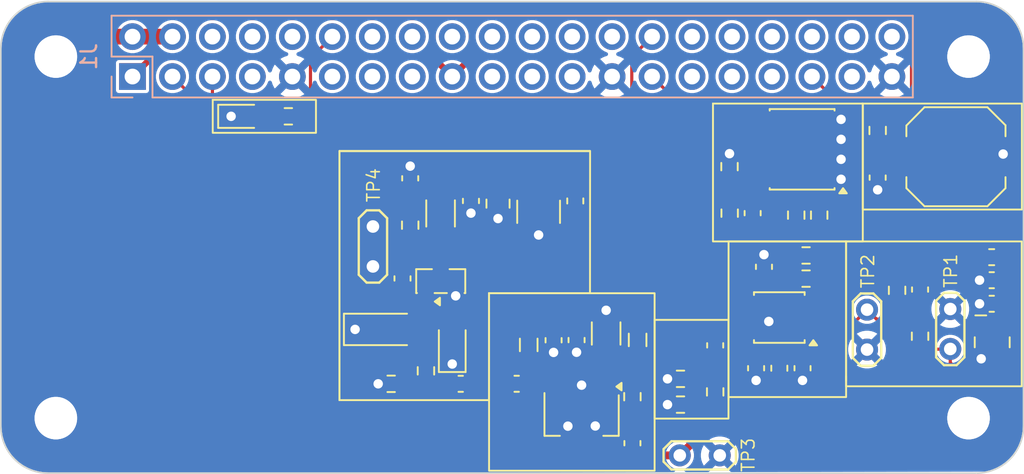
<source format=kicad_pcb>
(kicad_pcb (version 20241229) (generator "pcbnew") (generator_version "9.0")
  (title_block (title "Wsprry Pi µHAT") (date "2026-02-03") (rev "0") (company "Lee C. Bussy [AA0NT]"))
  (layers (0 "F.Cu" signal) (2 "B.Cu" signal) (13 "F.Paste" user) (15 "B.Paste" user) (5 "F.SilkS" user "F.Silkscreen") (7 "B.SilkS" user "B.Silkscreen") (1 "F.Mask" user) (3 "B.Mask" user) (25 "Edge.Cuts" user))
  (net 0 "")
  (net 1 "GND")
  (net 2 "/Raspberry Pi Header/PI_SHUTDOWN")
  (net 3 "Net-(Y1-Vcc)")
  (net 4 "Net-(C4-Pad1)")
  (net 5 "Net-(C4-Pad2)")
  (net 6 "Net-(Y2-VDD)")
  (net 7 "/Si5153 Chain/3dB Pi Pad/3DB_PAD_OUT")
  (net 8 "Net-(C8-Pad2)")
  (net 9 "Net-(C10-Pad1)")
  (net 10 "Net-(C11-Pad2)")
  (net 11 "Net-(C13-Pad2)")
  (net 12 "/Si5153 Chain/Final PA/MMIC_IN")
  (net 13 "/Si5153 Chain/3dB Pi Pad/CLOCK_IN")
  (net 14 "Net-(C15-Pad2)")
  (net 15 "/Si5153 Chain/Final PA/PA_OUT")
  (net 16 "Net-(C17-Pad1)")
  (net 17 "3V3")
  (net 18 "Net-(D1-A)")
  (net 19 "5V")
  (net 20 "/Raspberry Pi Header/PI_TXLED")
  (net 21 "/Raspberry Pi Header/PI_SDA")
  (net 22 "/HAT+ EEPROM/ID_SDA")
  (net 23 "/Raspberry Pi Header/PI_SCL")
  (net 24 "/HAT+ EEPROM/ID_SCL")
  (net 25 "Net-(C18-Pad1)")
  (net 26 "Net-(D2-A)")
  (net 27 "Net-(Y1-OUT)")
  (net 28 "/Si5153 Chain/Clock/XTAL_IN")
  (net 30 "Net-(U2-WP)")
  (net 61 "Net-(R7-Pad2)")
  (footprint "TestPoint:TestPoint_2Pads_Pitch2.54mm_Drill0.8mm" (layer "F.Cu") (at 155.05 89.6 -90)
    (property "Reference" "TP2" (hide yes))
    (property "Value" "TP_XREF" (hide yes))
  )
  (footprint "Package_SO:MSOP-10_3x3mm_P0.5mm" (layer "F.Cu") (at 149.475 90.1 180)
    (property "Reference" "Y2" (hide yes))
    (property "Value" "Si5351A-B-GT" (hide yes))
  )
  (footprint "Resistor_SMD:R_0603_1608Metric" (layer "F.Cu") (at 155.725 78.2 90)
    (property "Reference" "R2" (hide yes))
    (property "Value" "10kΩ" (hide yes))
  )
  (footprint "Capacitor_SMD:C_0603_1608Metric" (layer "F.Cu") (at 158.42 88.32 90)
    (property "Reference" "C4" (hide yes))
    (property "Value" "1nF" (hide yes))
  )
  (footprint "Inductor_SMD:L_0603_1608Metric" (layer "F.Cu") (at 136.50875 82.68375 90)
    (property "Reference" "FB4" (hide yes))
    (property "Value" "600Ω@100MHZ" (hide yes))
  )
  (footprint "Diode_SMD:D_SOD-123" (layer "F.Cu") (at 124.16625 90.85625)
    (property "Reference" "D3" (hide yes))
    (property "Value" "5.1V" (hide yes))
  )
  (footprint "MountingHole:MountingHole_2.7mm_M2.5" (layer "F.Cu") (at 161.5 73.5)
    (property "Reference" "MH2" (hide yes))
    (property "Value" "MountingHole_2.7mm_M2.5" (hide yes))
  )
  (footprint "Inductor_SMD:L_0603_1608Metric" (layer "F.Cu") (at 149.475 93.325 90)
    (property "Reference" "FB2" (hide yes))
    (property "Value" "600Ω@100MHz" (hide yes))
  )
  (footprint "Capacitor_SMD:C_0805_2012Metric" (layer "F.Cu") (at 131.59875 82.85375 -90)
    (property "Reference" "C19" (hide yes))
    (property "Value" "1.0µF" (hide yes))
  )
  (footprint "Inductor_SMD:L_0603_1608Metric" (layer "F.Cu") (at 162.97 86.26 180)
    (property "Reference" "FB1" (hide yes))
    (property "Value" "600Ω@100MHz" (hide yes))
  )
  (footprint "Capacitor_SMD:C_0603_1608Metric" (layer "F.Cu") (at 129.87875 82.68375 -90)
    (property "Reference" "C20" (hide yes))
    (property "Value" "0.1µF" (hide yes))
  )
  (footprint "Capacitor_SMD:C_0603_1608Metric" (layer "F.Cu") (at 126.01875 81.24375 90)
    (property "Reference" "C17" (hide yes))
    (property "Value" "100pF" (hide yes))
  )
  (footprint "Resistor_SMD:R_0603_1608Metric" (layer "F.Cu") (at 152.01 83.585 90)
    (property "Reference" "R12" (hide yes))
    (property "Value" "3.9K" (hide yes))
  )
  (footprint "Resistor_SMD:R_0603_1608Metric" (layer "F.Cu") (at 143.195 95.64 180)
    (property "Reference" "R10" (hide yes))
    (property "Value" "292Ω" (hide yes))
  )
  (footprint "Capacitor_SMD:C_0603_1608Metric" (layer "F.Cu") (at 145.4 91.87 -90)
    (property "Reference" "C13" (hide yes))
    (property "Value" "0.1F" (hide yes))
  )
  (footprint "Resistor_SMD:R_0603_1608Metric" (layer "F.Cu") (at 146.31 80.5 90)
    (property "Reference" "R11" (hide yes))
    (property "Value" "47kΩ" (hide yes))
  )
  (footprint "Button_Switch_SMD:SW_Push_1TS009xxxx-xxxx-xxxx_6x6x5mm" (layer "F.Cu") (at 160.7 79.87)
    (property "Reference" "SW1" (hide yes))
    (property "Value" "SW_Push" (hide yes))
  )
  (footprint "Resistor_SMD:R_0603_1608Metric" (layer "F.Cu") (at 150.55 83.585 90)
    (property "Reference" "R14" (hide yes))
    (property "Value" "3.9K" (hide yes))
  )
  (footprint "Inductor_SMD:L_0805_2012Metric" (layer "F.Cu") (at 140.47 91.525 90)
    (property "Reference" "FB3" (hide yes))
    (property "Value" "600Ω100MHz" (hide yes))
  )
  (footprint "Resistor_SMD:R_0603_1608Metric" (layer "F.Cu") (at 126.01875 84.22375 90)
    (property "Reference" "R17" (hide yes))
    (property "Value" "100Ω" (hide yes))
  )
  (footprint "Capacitor_SMD:C_0603_1608Metric" (layer "F.Cu") (at 147.78 83.46 90)
    (property "Reference" "C14" (hide yes))
    (property "Value" "100n" (hide yes))
  )
  (footprint "Capacitor_SMD:C_0603_1608Metric" (layer "F.Cu") (at 162.975 89.225)
    (property "Reference" "C2" (hide yes))
    (property "Value" "0.1uF" (hide yes))
  )
  (footprint "Capacitor_SMD:C_0603_1608Metric" (layer "F.Cu") (at 148.5 86.875 90)
    (property "Reference" "C6" (hide yes))
    (property "Value" "1.0µF" (hide yes))
  )
  (footprint "TestPoint:TestPoint_2Pads_Pitch2.54mm_Drill0.8mm" (layer "F.Cu") (at 143.15 98.87)
    (property "Reference" "TP3" (hide yes))
    (property "Value" "TP_PAD_OUT" (hide yes))
  )
  (footprint "Oscillator:Oscillator_SMD_SeikoEpson_TG2520SMN-xxx-xxxxxx-4Pin_2.5x2.0mm" (layer "F.Cu") (at 163.005 91.675)
    (property "Reference" "Y1" (hide yes))
    (property "Value" "ATX-11-F-27.000MHZ-F05-T" (hide yes))
  )
  (footprint "Capacitor_SMD:C_0603_1608Metric" (layer "F.Cu") (at 148 93.325 -90)
    (property "Reference" "C7" (hide yes))
    (property "Value" "0.1µF" (hide yes))
  )
  (footprint "Capacitor_SMD:C_0603_1608Metric" (layer "F.Cu") (at 155.725 81.2 -90)
    (property "Reference" "C1" (hide yes))
    (property "Value" "0.1µF" (hide yes))
  )
  (footprint "Capacitor_SMD:C_0603_1608Metric" (layer "F.Cu") (at 125.52875 87.61375 90)
    (property "Reference" "C16" (hide yes))
    (property "Value" "22pF" (hide yes))
  )
  (footprint "Resistor_SMD:R_0603_1608Metric" (layer "F.Cu") (at 151.175 87.625)
    (property "Reference" "R6" (hide yes))
    (property "Value" "2K2" (hide yes))
  )
  (footprint "Inductor_SMD:L_1206_3216Metric" (layer "F.Cu") (at 127.94875 83.47875 -90)
    (property "Reference" "L2" (hide yes))
    (property "Value" "2.2µH" (hide yes))
  )
  (footprint "Capacitor_SMD:C_0603_1608Metric" (layer "F.Cu") (at 129.22875 94.3175 180)
    (property "Reference" "C15" (hide yes))
    (property "Value" "22nF" (hide yes))
  )
  (footprint "TestPoint:TestPoint_2Pads_Pitch2.54mm_Drill0.8mm" (layer "F.Cu") (at 160.34 92.1 90)
    (property "Reference" "TP1" (hide yes))
    (property "Value" "TP_XRAW" (hide yes))
  )
  (footprint "Package_SO:SOIC-8_3.9x4.9mm_P1.27mm" (layer "F.Cu") (at 150.925 79.4 180)
    (property "Reference" "U2" (hide yes))
    (property "Value" "24LC128" (hide yes))
  )
  (footprint "Capacitor_SMD:C_0603_1608Metric" (layer "F.Cu") (at 136.59 91.535 -90)
    (property "Reference" "C9" (hide yes))
    (property "Value" "1.0µF" (hide yes))
  )
  (footprint "Resistor_SMD:R_0603_1608Metric" (layer "F.Cu") (at 156.96 88.37 -90)
    (property "Reference" "R4" (hide yes))
    (property "Value" "0Ω" (hide yes))
  )
  (footprint "Capacitor_SMD:C_0603_1608Metric" (layer "F.Cu") (at 135.13 91.545 -90)
    (property "Reference" "C10" (hide yes))
    (property "Value" "0.1µF" (hide yes))
  )
  (footprint "MountingHole:MountingHole_2.7mm_M2.5" (layer "F.Cu") (at 103.5 96.5)
    (property "Reference" "MH3" (hide yes))
    (property "Value" "MountingHole_2.7mm_M2.5" (hide yes))
  )
  (footprint "Resistor_SMD:R_0603_1608Metric" (layer "F.Cu") (at 143.195 94 180)
    (property "Reference" "R8" (hide yes))
    (property "Value" "292Ω" (hide yes))
  )
  (footprint "MountingHole:MountingHole_2.7mm_M2.5" (layer "F.Cu") (at 103.5 73.5)
    (property "Reference" "MH1" (hide yes))
    (property "Value" "MountingHole_2.7mm_M2.5" (hide yes))
  )
  (footprint "Capacitor_SMD:C_0603_1608Metric" (layer "F.Cu") (at 132.785 94.315)
    (property "Reference" "C11" (hide yes))
    (property "Value" "1µF" (hide yes))
  )
  (footprint "Package_TO_SOT_SMD:SOT-89-3" (layer "F.Cu") (at 136.91 96.265 -90)
    (property "Reference" "U1" (hide yes))
    (property "Value" "GVA-84" (hide yes))
  )
  (footprint "Capacitor_SMD:C_1210_3225Metric" (layer "F.Cu") (at 134.17875 83.37375 -90)
    (property "Reference" "C18" (hide yes))
    (property "Value" "10µF" (hide yes))
  )
  (footprint "Capacitor_SMD:C_1206_3216Metric" (layer "F.Cu") (at 138.47 91.115 90)
    (property "Reference" "C12" (hide yes))
    (property "Value" "10µF" (hide yes))
  )
  (footprint "Capacitor_SMD:C_0603_1608Metric" (layer "F.Cu") (at 140.14 98.095 90)
    (property "Reference" "C8" (hide yes))
    (property "Value" "1uF" (hide yes))
  )
  (footprint "Capacitor_SMD:C_0603_1608Metric" (layer "F.Cu") (at 162.975 87.725)
    (property "Reference" "C3" (hide yes))
    (property "Value" "1.0uF" (hide yes))
  )
  (footprint "TestPoint:TestPoint_2Pads_Pitch2.54mm_Drill0.8mm" (layer "F.Cu") (at 123.65 86.85 90)
    (property "Reference" "TP4")
    (property "Value" "TP_PAOUT" (hide yes))
  )
  (footprint "Resistor_SMD:R_0603_1608Metric" (layer "F.Cu") (at 151.175 86.15)
    (property "Reference" "R5" (hide yes))
    (property "Value" "2K2" (hide yes))
  )
  (footprint "Package_TO_SOT_SMD:SOT-23" (layer "F.Cu") (at 127.95875 87.78375 90)
    (property "Reference" "Q1" (hide yes))
    (property "Value" "AO3400A" (hide yes))
  )
  (footprint "Diode_SMD:D_SOD-323F" (layer "F.Cu") (at 128.69 91.9575 90)
    (property "Reference" "D2" (hide yes))
    (property "Value" "BAT54J" (hide yes))
  )
  (footprint "Resistor_SMD:R_0603_1608Metric" (layer "F.Cu") (at 146.32 83.46 -90)
    (property "Reference" "R13" (hide yes))
    (property "Value" "0Ω" (hide yes))
  )
  (footprint "LED_SMD:LED_0603_1608Metric" (layer "F.Cu") (at 115.3 77.3)
    (property "Reference" "D1" (hide yes))
    (property "Value" "RED" (hide yes))
  )
  (footprint "MountingHole:MountingHole_2.7mm_M2.5" (layer "F.Cu") (at 161.5 96.5)
    (property "Reference" "MH4" (hide yes))
    (property "Value" "MountingHole_2.7mm_M2.5" (hide yes))
  )
  (footprint "Capacitor_SMD:C_0603_1608Metric" (layer "F.Cu") (at 150.95 93.325 -90)
    (property "Reference" "C5" (hide yes))
    (property "Value" "0.1µF" (hide yes))
  )
  (footprint "Resistor_SMD:R_0603_1608Metric" (layer "F.Cu") (at 140.14 95.135 90)
    (property "Reference" "R7" (hide yes))
    (property "Value" "0Ω" (hide yes))
  )
  (footprint "Resistor_SMD:R_0603_1608Metric" (layer "F.Cu") (at 127.01875 93.49125 90)
    (property "Reference" "R16" (hide yes))
    (property "Value" "10Ω" (hide yes))
  )
  (footprint "Resistor_SMD:R_0603_1608Metric" (layer "F.Cu") (at 124.80875 94.3175 180)
    (property "Reference" "R15" (hide yes))
    (property "Value" "49.9Ω" (hide yes))
  )
  (footprint "Resistor_SMD:R_0603_1608Metric" (layer "F.Cu") (at 145.4 94.83 -90)
    (property "Reference" "R9" (hide yes))
    (property "Value" "17.6Ω" (hide yes))
  )
  (footprint "Inductor_SMD:L_0805_2012Metric" (layer "F.Cu") (at 133.55 91.8425 -90)
    (property "Reference" "L1" (hide yes))
    (property "Value" "2.2µH" (hide yes))
  )
  (footprint "Resistor_SMD:R_0603_1608Metric" (layer "F.Cu") (at 118.275 77.3)
    (property "Reference" "R1" (hide yes))
    (property "Value" "270Ω" (hide yes))
  )
  (footprint "Resistor_SMD:R_0603_1608Metric" (layer "F.Cu") (at 158.42 91.29 90)
    (property "Reference" "R3" (hide yes))
    (property "Value" "33Ω" (hide yes))
  )
  (footprint "Wsprry Pi µHAT+:PinSocket_2x20_P2.54mm_Vertical" (layer "B.Cu") (at 108.37 74.77 -90)
    (property "Reference" "J1")
    (property "Value" "Raspberry Pi Header" (hide yes))
  )
  (gr_line (start 121.52 79.51) (end 137.45 79.51) (stroke (width 0.12)) (layer "F.SilkS"))
  (gr_line (start 121.52 79.51) (end 137.45 79.51) (stroke (width 0.12)) (layer "F.SilkS"))
  (gr_line (start 131.03 88.555) (end 137.444446 88.555) (stroke (width 0.12)) (layer "F.SilkS"))
  (gr_line (start 121.52 79.51) (end 121.52 95.355) (stroke (width 0.12)) (layer "F.SilkS"))
  (gr_rect (start 131.03 88.555) (end 141.55 99.845) (stroke (width 0.12)) (fill no) (layer "F.SilkS"))
  (gr_rect (start 113.47 76.25) (end 120.03 78.35) (stroke (width 0.12)) (fill no) (layer "F.SilkS"))
  (gr_line (start 153.72 93.83) (end 153.72 94.13) (stroke (width 0.12)) (layer "F.SilkS"))
  (gr_line (start 146.25 91.09) (end 146.25 95.33) (stroke (width 0.12)) (layer "F.SilkS"))
  (gr_rect (start 153.72 85.26) (end 164.88 94.475) (stroke (width 0.12)) (fill no) (layer "F.SilkS"))
  (gr_rect (start 154.78 76.49) (end 164.89 83.23) (stroke (width 0.12)) (fill no) (layer "F.SilkS"))
  (gr_rect (start 145.26 76.49) (end 154.78 85.26) (stroke (width 0.12)) (fill no) (layer "F.SilkS"))
  (gr_line (start 137.45 79.51) (end 137.444446 88.555) (stroke (width 0.12)) (layer "F.SilkS"))
  (gr_line (start 131.03 95.355) (end 131.03 88.555) (stroke (width 0.12)) (layer "F.SilkS"))
  (gr_rect (start 146.25 85.26) (end 153.72 95.16) (stroke (width 0.12)) (fill no) (layer "F.SilkS"))
  (gr_line (start 121.52 95.355) (end 131.03 95.355) (stroke (width 0.12)) (layer "F.SilkS"))
  (gr_rect (start 141.555 90.25) (end 146.245 96.53) (stroke (width 0.12)) (fill no) (layer "F.SilkS"))
  (gr_line (start 121.52 79.51) (end 121.52 95.355) (stroke (width 0.12)) (layer "F.SilkS"))
  (gr_arc (start 162 70) (mid 164.12132 70.87868) (end 165 73) (stroke (width 0.1)) (layer "Edge.Cuts"))
  (gr_line (start 165 97) (end 165 73) (stroke (width 0.1)) (layer "Edge.Cuts"))
  (gr_line (start 100 73) (end 100 97) (stroke (width 0.1)) (layer "Edge.Cuts"))
  (gr_arc (start 103 100) (mid 100.87868 99.12132) (end 100 97) (stroke (width 0.1)) (layer "Edge.Cuts"))
  (gr_line (start 103 100) (end 162 100) (stroke (width 0.1)) (layer "Edge.Cuts"))
  (gr_arc (start 165 97) (mid 164.12132 99.12132) (end 162 100) (stroke (width 0.1)) (layer "Edge.Cuts"))
  (gr_arc (start 100 73) (mid 100.87868 70.87868) (end 103 70) (stroke (width 0.1)) (layer "Edge.Cuts"))
  (gr_line (start 162 70) (end 103 70) (stroke (width 0.1)) (layer "Edge.Cuts"))
  (segment (start 136.04 97.01) (end 136.91 96.14) (width 1) (layer "F.Cu") (net 1))
  (segment (start 136.91 96.14) (end 136.91 94.4025) (width 1) (layer "F.Cu") (net 1))
  (segment (start 137.78 97) (end 136.91 96.13) (width 1) (layer "F.Cu") (net 1))
  (segment (start 136.91 96.13) (end 136.91 94.4025) (width 1) (layer "F.Cu") (net 1))
  (segment (start 148.557124 90.1) (end 148.807124 90.35) (width 0.2) (layer "F.Cu") (net 1))
  (segment (start 147.3625 90.1) (end 148.557124 90.1) (width 0.2) (layer "F.Cu") (net 1))
  (via (at 162.2 89.225) (size 0.9) (drill 0.6) (layers "F.Cu" "B.Cu") (net 1))
  (via (at 153.4 80.035) (size 0.9) (drill 0.6) (layers "F.Cu" "B.Cu") (net 1))
  (via (at 114.6375 77.3) (size 0.9) (drill 0.6) (layers "F.Cu" "B.Cu") (net 1))
  (via (at 123.65 84.31) (size 0.9) (drill 0.6) (layers "F.Cu" "B.Cu") (net 1))
  (via (at 128.69 93.0575) (size 0.9) (drill 0.6) (layers "F.Cu" "B.Cu") (net 1))
  (via (at 134.17875 84.84875) (size 0.9) (drill 0.6) (layers "F.Cu" "B.Cu") (net 1))
  (via (at 136.91 94.4025) (size 0.9) (drill 0.6) (layers "F.Cu" "B.Cu") (net 1))
  (via (at 162.2 87.725) (size 0.9) (drill 0.6) (layers "F.Cu" "B.Cu") (net 1))
  (via (at 153.4 77.495) (size 0.9) (drill 0.6) (layers "F.Cu" "B.Cu") (net 1))
  (via (at 150.95 94.1) (size 0.9) (drill 0.6) (layers "F.Cu" "B.Cu") (net 1))
  (via (at 153.4 78.765) (size 0.9) (drill 0.6) (layers "F.Cu" "B.Cu") (net 1))
  (via (at 129.87875 83.45875) (size 0.9) (drill 0.6) (layers "F.Cu" "B.Cu") (net 1))
  (via (at 128.90875 88.72125) (size 0.9) (drill 0.6) (layers "F.Cu" "B.Cu") (net 1))
  (via (at 136.59 92.31) (size 0.9) (drill 0.6) (layers "F.Cu" "B.Cu") (net 1))
  (via (at 131.59875 83.80375) (size 0.9) (drill 0.6) (layers "F.Cu" "B.Cu") (net 1))
  (via (at 136.04 97.01) (size 0.9) (drill 0.6) (layers "F.Cu" "B.Cu") (net 1))
  (via (at 122.51625 90.85625) (size 0.9) (drill 0.6) (layers "F.Cu" "B.Cu") (net 1))
  (via (at 138.47 89.64) (size 0.9) (drill 0.6) (layers "F.Cu" "B.Cu") (net 1))
  (via (at 142.37 94) (size 0.9) (drill 0.6) (layers "F.Cu" "B.Cu") (net 1))
  (via (at 160.34 89.56) (size 0.9) (drill 0.6) (layers "F.Cu" "B.Cu") (net 1))
  (via (at 148.807124 90.35) (size 0.9) (drill 0.6) (layers "F.Cu" "B.Cu") (net 1))
  (via (at 123.98375 94.3175) (size 0.9) (drill 0.6) (layers "F.Cu" "B.Cu") (net 1))
  (via (at 142.37 95.64) (size 0.9) (drill 0.6) (layers "F.Cu" "B.Cu") (net 1))
  (via (at 146.31 79.675) (size 0.9) (drill 0.6) (layers "F.Cu" "B.Cu") (net 1))
  (via (at 148.5 86.1) (size 0.9) (drill 0.6) (layers "F.Cu" "B.Cu") (net 1))
  (via (at 162.305 92.725) (size 0.9) (drill 0.6) (layers "F.Cu" "B.Cu") (net 1))
  (via (at 145.69 98.87) (size 0.9) (drill 0.6) (layers "F.Cu" "B.Cu") (net 1))
  (via (at 155.05 92.14) (size 0.9) (drill 0.6) (layers "F.Cu" "B.Cu") (net 1))
  (via (at 137.78 97) (size 0.9) (drill 0.6) (layers "F.Cu" "B.Cu") (net 1))
  (via (at 155.725 81.975) (size 0.9) (drill 0.6) (layers "F.Cu" "B.Cu") (net 1))
  (via (at 135.13 92.32) (size 0.9) (drill 0.6) (layers "F.Cu" "B.Cu") (net 1))
  (via (at 153.4 81.305) (size 0.9) (drill 0.6) (layers "F.Cu" "B.Cu") (net 1))
  (via (at 148 94.1) (size 0.9) (drill 0.6) (layers "F.Cu" "B.Cu") (net 1))
  (via (at 163.7 79.7) (size 0.9) (drill 0.6) (layers "F.Cu" "B.Cu") (net 1))
  (via (at 126.01875 80.46875) (size 0.9) (drill 0.6) (layers "F.Cu" "B.Cu") (net 1))
  (segment (start 156.59 79.87) (end 157.7 79.87) (width 0.2) (layer "F.Cu") (net 2))
  (segment (start 156.285 80.425) (end 156.43 80.28) (width 0.2) (layer "F.Cu") (net 2))
  (segment (start 156.43 80.28) (end 156.43 80.03) (width 0.2) (layer "F.Cu") (net 2))
  (segment (start 156.43 80.03) (end 156.59 79.87) (width 0.2) (layer "F.Cu") (net 2))
  (segment (start 152.705 75.925) (end 154.975 75.925) (width 0.2) (layer "F.Cu") (net 2))
  (segment (start 157.7 79.87) (end 157.7 78.26) (width 0.2) (layer "F.Cu") (net 2))
  (segment (start 156.815 77.375) (end 157.7 78.26) (width 0.2) (layer "F.Cu") (net 2))
  (segment (start 155.725 77.375) (end 156.815 77.375) (width 0.2) (layer "F.Cu") (net 2))
  (segment (start 155.725 80.425) (end 156.285 80.425) (width 0.2) (layer "F.Cu") (net 2))
  (segment (start 154.975 75.925) (end 155.725 76.675) (width 0.2) (layer "F.Cu") (net 2))
  (segment (start 155.725 76.675) (end 155.725 77.375) (width 0.2) (layer "F.Cu") (net 2))
  (segment (start 151.55 74.77) (end 152.705 75.925) (width 0.2) (layer "F.Cu") (net 2))
  (segment (start 163.75 90.58) (end 163.705 90.625) (width 0.5) (layer "F.Cu") (net 3))
  (segment (start 163.75 87.725) (end 163.75 89.225) (width 0.5) (layer "F.Cu") (net 3))
  (segment (start 163.75 89.225) (end 163.75 90.58) (width 0.5) (layer "F.Cu") (net 3))
  (segment (start 163.725 87.7) (end 163.75 87.725) (width 0.5) (layer "F.Cu") (net 3))
  (segment (start 163.75 86.2675) (end 163.7575 86.26) (width 0.5) (layer "F.Cu") (net 3))
  (segment (start 163.75 87.725) (end 163.75 86.2675) (width 0.5) (layer "F.Cu") (net 3))
  (segment (start 158.42 90.465) (end 158.42 89.095) (width 0.2) (layer "F.Cu") (net 4))
  (segment (start 158.42 87.545) (end 156.96 87.545) (width 0.2) (layer "F.Cu") (net 5))
  (segment (start 150.75 91.7) (end 150.85 91.7) (width 0.2) (layer "F.Cu") (net 6))
  (segment (start 146.46 89.6) (end 147.3625 89.6) (width 0.2) (layer "F.Cu") (net 6))
  (segment (start 146.25 88.75) (end 146.25 89.39) (width 0.2) (layer "F.Cu") (net 6))
  (segment (start 148 91.975) (end 148.175 91.8) (width 0.2) (layer "F.Cu") (net 6))
  (segment (start 150.675 91.1) (end 150.55 91.225) (width 0.2) (layer "F.Cu") (net 6))
  (segment (start 151.5875 91.1) (end 150.675 91.1) (width 0.2) (layer "F.Cu") (net 6))
  (segment (start 149.475 92.5375) (end 150.9375 92.5375) (width 0.2) (layer "F.Cu") (net 6))
  (segment (start 149.85 89.6) (end 147.3625 89.6) (width 0.2) (layer "F.Cu") (net 6))
  (segment (start 150.2 89.95) (end 149.85 89.6) (width 0.2) (layer "F.Cu") (net 6))
  (segment (start 147.775 87.65) (end 147.575 87.85) (width 0.2) (layer "F.Cu") (net 6))
  (segment (start 150.95 91.8) (end 150.95 92.55) (width 0.2) (layer "F.Cu") (net 6))
  (segment (start 147.575 88.275) (end 147.275 88.575) (width 0.2) (layer "F.Cu") (net 6))
  (segment (start 149.475 92.5375) (end 148.0125 92.5375) (width 0.2) (layer "F.Cu") (net 6))
  (segment (start 150.85 91.7) (end 150.95 91.8) (width 0.2) (layer "F.Cu") (net 6))
  (segment (start 150.9375 92.5375) (end 150.95 92.55) (width 0.2) (layer "F.Cu") (net 6))
  (segment (start 148.5 87.65) (end 147.775 87.65) (width 0.2) (layer "F.Cu") (net 6))
  (segment (start 149.8 91.8) (end 150.2 91.4) (width 0.2) (layer "F.Cu") (net 6))
  (segment (start 147.275 88.575) (end 146.425 88.575) (width 0.2) (layer "F.Cu") (net 6))
  (segment (start 150.55 91.225) (end 150.55 91.5) (width 0.2) (layer "F.Cu") (net 6))
  (segment (start 150.55 91.5) (end 150.75 91.7) (width 0.2) (layer "F.Cu") (net 6))
  (segment (start 150.2 91.4) (end 150.2 89.95) (width 0.2) (layer "F.Cu") (net 6))
  (segment (start 148.175 91.8) (end 149.8 91.8) (width 0.2) (layer "F.Cu") (net 6))
  (segment (start 146.25 89.39) (end 146.46 89.6) (width 0.2) (layer "F.Cu") (net 6))
  (segment (start 147.575 87.85) (end 147.575 88.275) (width 0.2) (layer "F.Cu") (net 6))
  (segment (start 146.425 88.575) (end 146.25 88.75) (width 0.2) (layer "F.Cu") (net 6))
  (segment (start 148 92.55) (end 148 91.975) (width 0.2) (layer "F.Cu") (net 6))
  (segment (start 148.0125 92.5375) (end 148 92.55) (width 0.2) (layer "F.Cu") (net 6))
  (segment (start 144.02 95.64) (end 145.385 95.64) (width 0.5) (layer "F.Cu") (net 7))
  (segment (start 144.02 95.64) (end 144.02 98) (width 0.5) (layer "F.Cu") (net 7))
  (segment (start 145.385 95.64) (end 145.4 95.655) (width 0.5) (layer "F.Cu") (net 7))
  (segment (start 144.025 95.635) (end 144.02 95.64) (width 0.5) (layer "F.Cu") (net 7))
  (segment (start 140.14 98.87) (end 143.15 98.87) (width 0.5) (layer "F.Cu") (net 7))
  (segment (start 144.02 98) (end 143.15 98.87) (width 0.5) (layer "F.Cu") (net 7))
  (segment (start 140.14 95.96) (end 140.14 97.32) (width 0.5) (layer "F.Cu") (net 8))
  (segment (start 138.47 92.59) (end 140.4675 92.59) (width 0.5) (layer "F.Cu") (net 9))
  (segment (start 140.4675 92.59) (end 140.47 92.5875) (width 0.5) (layer "F.Cu") (net 9))
  (segment (start 136.59 90.76) (end 137.715 90.76) (width 0.5) (layer "F.Cu") (net 9))
  (segment (start 135.14 90.76) (end 135.13 90.77) (width 0.5) (layer "F.Cu") (net 9))
  (segment (start 138.47 91.515) (end 138.47 92.59) (width 0.5) (layer "F.Cu") (net 9))
  (segment (start 135.12 90.78) (end 135.13 90.77) (width 0.5) (layer "F.Cu") (net 9))
  (segment (start 137.715 90.76) (end 138.47 91.515) (width 0.5) (layer "F.Cu") (net 9))
  (segment (start 136.59 90.76) (end 135.14 90.76) (width 0.5) (layer "F.Cu") (net 9))
  (segment (start 133.55 90.78) (end 135.12 90.78) (width 0.5) (layer "F.Cu") (net 9))
  (segment (start 133.56 92.915) (end 133.55 92.905) (width 0.5) (layer "F.Cu") (net 10))
  (segment (start 133.56 94.315) (end 133.56 92.915) (width 0.5) (layer "F.Cu") (net 10))
  (segment (start 133.56 94.315) (end 135.41 94.315) (width 0.5) (layer "F.Cu") (net 10))
  (segment (start 145.4 94.005) (end 145.4 92.645) (width 0.5) (layer "F.Cu") (net 11))
  (segment (start 144.025 93.995) (end 144.02 94) (width 0.5) (layer "F.Cu") (net 11))
  (segment (start 144.02 94) (end 145.395 94) (width 0.5) (layer "F.Cu") (net 11))
  (segment (start 145.395 94) (end 145.4 94.005) (width 0.5) (layer "F.Cu") (net 11))
  (segment (start 130.00625 94.315) (end 130.00375 94.3175) (width 1) (layer "F.Cu") (net 12))
  (segment (start 132.01 94.315) (end 130.00625 94.315) (width 1) (layer "F.Cu") (net 12))
  (segment (start 147.3375 91.125) (end 147.3625 91.1) (width 0.2) (layer "F.Cu") (net 13))
  (segment (start 145.405 91.1) (end 145.4 91.095) (width 0.2) (layer "F.Cu") (net 13))
  (segment (start 147.3625 91.1) (end 145.405 91.1) (width 0.2) (layer "F.Cu") (net 13))
  (segment (start 127.01875 94.31625) (end 128.4525 94.31625) (width 1) (layer "F.Cu") (net 14))
  (segment (start 125.635 94.31625) (end 125.63375 94.3175) (width 1) (layer "F.Cu") (net 14))
  (segment (start 128.4525 94.31625) (end 128.45375 94.3175) (width 1) (layer "F.Cu") (net 14))
  (segment (start 127.01875 94.31625) (end 125.635 94.31625) (width 1) (layer "F.Cu") (net 14))
  (segment (start 125.5175 86.85) (end 125.52875 86.83875) (width 1) (layer "F.Cu") (net 15))
  (segment (start 127.95875 86.84625) (end 125.53625 86.84625) (width 1) (layer "F.Cu") (net 15))
  (segment (start 127.94375 85.04875) (end 127.94875 85.05375) (width 1) (layer "F.Cu") (net 15))
  (segment (start 123.65 86.85) (end 125.5175 86.85) (width 1) (layer "F.Cu") (net 15))
  (segment (start 126.01875 85.04875) (end 126.16125 85.04875) (width 1) (layer "F.Cu") (net 15))
  (segment (start 127.94875 85.05375) (end 127.31375 85.05375) (width 1) (layer "F.Cu") (net 15))
  (segment (start 127.95875 86.84625) (end 127.95875 85.06375) (width 1) (layer "F.Cu") (net 15))
  (segment (start 125.52875 85.53875) (end 126.01875 85.04875) (width 1) (layer "F.Cu") (net 15))
  (segment (start 127.31375 85.05375) (end 125.52875 86.83875) (width 1) (layer "F.Cu") (net 15))
  (segment (start 127.95875 85.06375) (end 127.94875 85.05375) (width 1) (layer "F.Cu") (net 15))
  (segment (start 125.53625 86.84625) (end 125.52875 86.83875) (width 1) (layer "F.Cu") (net 15))
  (segment (start 126.01875 85.04875) (end 127.94375 85.04875) (width 1) (layer "F.Cu") (net 15))
  (segment (start 125.52875 86.83875) (end 125.52875 85.53875) (width 1) (layer "F.Cu") (net 15))
  (segment (start 126.16125 85.04875) (end 127.95875 86.84625) (width 1) (layer "F.Cu") (net 15))
  (segment (start 126.01875 83.39875) (end 126.01875 82.01875) (width 1) (layer "F.Cu") (net 16))
  (segment (start 163.95 85.21) (end 163.99 85.25) (width 0.4) (layer "F.Cu") (net 17))
  (segment (start 164.606 93.179484) (end 163.808484 93.977) (width 0.4) (layer "F.Cu") (net 17))
  (segment (start 159.29 80.9) (end 155.78 84.41) (width 0.4) (layer "F.Cu") (net 17))
  (segment (start 130.915818 70.775) (end 156.944182 70.775) (width 0.4) (layer "F.Cu") (net 17))
  (segment (start 164.606 85.75098) (end 164.606 93.179484) (width 0.4) (layer "F.Cu") (net 17))
  (segment (start 154.82 83.33) (end 154.82 79.29) (width 0.4) (layer "F.Cu") (net 17))
  (segment (start 154.82 79.29) (end 155.085 79.025) (width 0.4) (layer "F.Cu") (net 17))
  (segment (start 149.2 83.28) (end 148.605 82.685) (width 0.4) (layer "F.Cu") (net 17))
  (segment (start 162.41 85.21) (end 163.95 85.21) (width 0.4) (layer "F.Cu") (net 17))
  (segment (start 157.975 71.805818) (end 157.975 77.3) (width 0.4) (layer "F.Cu") (net 17))
  (segment (start 150.55 84.41) (end 149.88 84.41) (width 0.4) (layer "F.Cu") (net 17))
  (segment (start 152 87.625) (end 154.715 87.625) (width 0.4) (layer "F.Cu") (net 17))
  (segment (start 152.26 83.63) (end 154.52 83.63) (width 0.4) (layer "F.Cu") (net 17))
  (segment (start 162.1825 85.4375) (end 162.41 85.21) (width 0.4) (layer "F.Cu") (net 17))
  (segment (start 148.45 81.77) (end 148.45 81.305) (width 0.4) (layer "F.Cu") (net 17))
  (segment (start 152 86.15) (end 152 84.42) (width 0.4) (layer "F.Cu") (net 17))
  (segment (start 153.833 93.977) (end 152.42 95.39) (width 0.4) (layer "F.Cu") (net 17))
  (segment (start 129.941 71.749818) (end 130.915818 70.775) (width 0.4) (layer "F.Cu") (net 17))
  (segment (start 152.42 95.39) (end 149.85 95.39) (width 0.4) (layer "F.Cu") (net 17))
  (segment (start 109.621 73.519) (end 111.390182 73.519) (width 0.4) (layer "F.Cu") (net 17))
  (segment (start 154.52 83.63) (end 154.82 83.33) (width 0.4) (layer "F.Cu") (net 17))
  (segment (start 152 86.15) (end 152 87.625) (width 0.4) (layer "F.Cu") (net 17))
  (segment (start 128.69 74.77) (end 129.941 73.519) (width 0.4) (layer "F.Cu") (net 17))
  (segment (start 163.99 85.25) (end 164.10502 85.25) (width 0.4) (layer "F.Cu") (net 17))
  (segment (start 163.808484 93.977) (end 153.833 93.977) (width 0.4) (layer "F.Cu") (net 17))
  (segment (start 152.01 84.41) (end 152.01 83.88) (width 0.4) (layer "F.Cu") (net 17))
  (segment (start 127.439 73.519) (end 128.69 74.77) (width 0.4) (layer "F.Cu") (net 17))
  (segment (start 154.715 87.625) (end 156.08 86.26) (width 0.4) (layer "F.Cu") (net 17))
  (segment (start 147.98 81.9) (end 148.32 81.9) (width 0.4) (layer "F.Cu") (net 17))
  (segment (start 112.199 72.710182) (end 112.199 71.711818) (width 0.4) (layer "F.Cu") (net 17))
  (segment (start 112.199 71.711818) (end 112.931818 70.979) (width 0.4) (layer "F.Cu") (net 17))
  (segment (start 162.1825 86.26) (end 162.1825 85.4375) (width 0.4) (layer "F.Cu") (net 17))
  (segment (start 108.37 74.77) (end 109.621 73.519) (width 0.4) (layer "F.Cu") (net 17))
  (segment (start 156.944182 70.775) (end 157.975 71.805818) (width 0.4) (layer "F.Cu") (net 17))
  (segment (start 129.941 73.519) (end 129.941 71.749818) (width 0.4) (layer "F.Cu") (net 17))
  (segment (start 156.08 86.26) (end 162.1825 86.26) (width 0.4) (layer "F.Cu") (net 17))
  (segment (start 147.78 82.685) (end 147.78 82.825) (width 0.4) (layer "F.Cu") (net 17))
  (segment (start 127.439 71.749818) (end 127.439 73.519) (width 0.4) (layer "F.Cu") (net 17))
  (segment (start 149.475 95.015) (end 149.475 94.1125) (width 0.4) (layer "F.Cu") (net 17))
  (segment (start 148.32 81.9) (end 148.45 81.77) (width 0.4) (layer "F.Cu") (net 17))
  (segment (start 149.85 95.39) (end 149.475 95.015) (width 0.4) (layer "F.Cu") (net 17))
  (segment (start 147.78 82.825) (end 146.32 84.285) (width 0.4) (layer "F.Cu") (net 17))
  (segment (start 149.2 83.73) (end 149.2 83.28) (width 0.4) (layer "F.Cu") (net 17))
  (segment (start 155.78 84.41) (end 152.01 84.41) (width 0.4) (layer "F.Cu") (net 17))
  (segment (start 147.78 82.685) (end 147.78 82.1) (width 0.4) (layer "F.Cu") (net 17))
  (segment (start 111.390182 73.519) (end 112.199 72.710182) (width 0.4) (layer "F.Cu") (net 17))
  (segment (start 148.605 82.685) (end 147.78 82.685) (width 0.4) (layer "F.Cu") (net 17))
  (segment (start 159.29 78.615) (end 159.29 80.9) (width 0.4) (layer "F.Cu") (net 17))
  (segment (start 149.88 84.41) (end 149.2 83.73) (width 0.4) (layer "F.Cu") (net 17))
  (segment (start 152 84.42) (end 152.01 84.41) (width 0.4) (layer "F.Cu") (net 17))
  (segment (start 152.01 83.88) (end 152.26 83.63) (width 0.4) (layer "F.Cu") (net 17))
  (segment (start 152.01 84.41) (end 150.55 84.41) (width 0.4) (layer "F.Cu") (net 17))
  (segment (start 155.085 79.025) (end 155.725 79.025) (width 0.4) (layer "F.Cu") (net 17))
  (segment (start 157.975 77.3) (end 159.29 78.615) (width 0.4) (layer "F.Cu") (net 17))
  (segment (start 164.10502 85.25) (end 164.606 85.75098) (width 0.4) (layer "F.Cu") (net 17))
  (segment (start 147.78 82.1) (end 147.98 81.9) (width 0.4) (layer "F.Cu") (net 17))
  (segment (start 126.668182 70.979) (end 127.439 71.749818) (width 0.4) (layer "F.Cu") (net 17))
  (segment (start 112.931818 70.979) (end 126.668182 70.979) (width 0.4) (layer "F.Cu") (net 17))
  (segment (start 116.2125 77.3) (end 117.575 77.3) (width 0.2) (layer "F.Cu") (net 18))
  (segment (start 110.91 72.23) (end 108.37 72.23) (width 1) (layer "F.Cu") (net 19))
  (segment (start 106.1 73.2) (end 106.1 76.35) (width 1) (layer "F.Cu") (net 19))
  (segment (start 136.50875 83.47125) (end 137.99125 83.47125) (width 1) (layer "F.Cu") (net 19))
  (segment (start 121.449886 78.175) (end 143.375 78.175) (width 1) (layer "F.Cu") (net 19))
  (segment (start 112.15 78.225) (end 112.15 78.274885) (width 1) (layer "F.Cu") (net 19))
  (segment (start 113.327115 79.452) (end 120.172885 79.452) (width 1) (layer "F.Cu") (net 19))
  (segment (start 140.47 85.95) (end 140.47 90.4625) (width 1) (layer "F.Cu") (net 19))
  (segment (start 143.948 85.498) (end 145.58 87.13) (width 1) (layer "F.Cu") (net 19))
  (segment (start 112.15 78.274885) (end 113.327115 79.452) (width 1) (layer "F.Cu") (net 19))
  (segment (start 106.1 76.35) (end 106.975 77.225) (width 1) (layer "F.Cu") (net 19))
  (segment (start 145.58 87.13) (end 145.58 88.15) (width 1) (layer "F.Cu") (net 19))
  (segment (start 111.15 77.225) (end 112.15 78.225) (width 1) (layer "F.Cu") (net 19))
  (segment (start 120.172885 79.452) (end 121.449886 78.175) (width 1) (layer "F.Cu") (net 19))
  (segment (start 145.58 88.15) (end 143.2675 90.4625) (width 1) (layer "F.Cu") (net 19))
  (segment (start 143.375 78.175) (end 143.948 78.748) (width 1) (layer "F.Cu") (net 19))
  (segment (start 143.2675 90.4625) (end 140.47 90.4625) (width 1) (layer "F.Cu") (net 19))
  (segment (start 143.948 78.748) (end 143.948 85.498) (width 1) (layer "F.Cu") (net 19))
  (segment (start 137.99125 83.47125) (end 140.47 85.95) (width 1) (layer "F.Cu") (net 19))
  (segment (start 107.07 72.23) (end 106.1 73.2) (width 1) (layer "F.Cu") (net 19))
  (segment (start 108.37 72.23) (end 107.07 72.23) (width 1) (layer "F.Cu") (net 19))
  (segment (start 106.975 77.225) (end 111.15 77.225) (width 1) (layer "F.Cu") (net 19))
  (segment (start 119.1 76.5) (end 119.1 77.3) (width 0.2) (layer "F.Cu") (net 20))
  (segment (start 119.681 73.619) (end 119.681 75.919) (width 0.2) (layer "F.Cu") (net 20))
  (segment (start 119.681 75.919) (end 119.1 76.5) (width 0.2) (layer "F.Cu") (net 20))
  (segment (start 121.07 72.23) (end 119.681 73.619) (width 0.2) (layer "F.Cu") (net 20))
  (segment (start 144.749 77.4161) (end 144.6359 77.303) (width 0.2) (layer "F.Cu") (net 21))
  (segment (start 113.049 78.0411) (end 113.049 76.909) (width 0.2) (layer "F.Cu") (net 21))
  (segment (start 149.625 87.625) (end 149.475 87.475) (width 0.2) (layer "F.Cu") (net 21))
  (segment (start 147.475 85.85) (end 147.251 85.626) (width 0.2) (layer "F.Cu") (net 21))
  (segment (start 147.251 85.626) (end 145.2839 85.626) (width 0.2) (layer "F.Cu") (net 21))
  (segment (start 149.475 87.2) (end 149.174 86.899) (width 0.2) (layer "F.Cu") (net 21))
  (segment (start 120.672 77.303) (end 120.5 77.475) (width 0.2) (layer "F.Cu") (net 21))
  (segment (start 119.8411 78.651) (end 113.6589 78.651) (width 0.2) (layer "F.Cu") (net 21))
  (segment (start 113.6589 78.651) (end 113.049 78.0411) (width 0.2) (layer "F.Cu") (net 21))
  (segment (start 149.475 87.475) (end 149.475 87.2) (width 0.2) (layer "F.Cu") (net 21))
  (segment (start 147.475 86.675) (end 147.475 85.85) (width 0.2) (layer "F.Cu") (net 21))
  (segment (start 149.174 86.899) (end 147.699 86.899) (width 0.2) (layer "F.Cu") (net 21))
  (segment (start 120.5 77.475) (end 120.5 77.9921) (width 0.2) (layer "F.Cu") (net 21))
  (segment (start 144.6359 77.303) (end 120.672 77.303) (width 0.2) (layer "F.Cu") (net 21))
  (segment (start 120.5 77.9921) (end 119.8411 78.651) (width 0.2) (layer "F.Cu") (net 21))
  (segment (start 150.35 87.625) (end 149.625 87.625) (width 0.2) (layer "F.Cu") (net 21))
  (segment (start 150.6 89.1) (end 151.5875 89.1) (width 0.2) (layer "F.Cu") (net 21))
  (segment (start 144.749 85.0911) (end 144.749 77.4161) (width 0.2) (layer "F.Cu") (net 21))
  (segment (start 150.35 88.85) (end 150.6 89.1) (width 0.2) (layer "F.Cu") (net 21))
  (segment (start 113.049 76.909) (end 110.91 74.77) (width 0.2) (layer "F.Cu") (net 21))
  (segment (start 145.2839 85.626) (end 144.749 85.0911) (width 0.2) (layer "F.Cu") (net 21))
  (segment (start 147.699 86.899) (end 147.475 86.675) (width 0.2) (layer "F.Cu") (net 21))
  (segment (start 150.35 87.625) (end 150.35 88.85) (width 0.2) (layer "F.Cu") (net 21))
  (segment (start 152.01 82.76) (end 152.01 78.24) (width 0.2) (layer "F.Cu") (net 22))
  (segment (start 145.725 76.1) (end 142.72 76.1) (width 0.2) (layer "F.Cu") (net 22))
  (segment (start 151.265 77.495) (end 148.45 77.495) (width 0.2) (layer "F.Cu") (net 22))
  (segment (start 142.72 76.1) (end 141.39 74.77) (width 0.2) (layer "F.Cu") (net 22))
  (segment (start 148.45 77.495) (end 147.12 77.495) (width 0.2) (layer "F.Cu") (net 22))
  (segment (start 147.12 77.495) (end 145.725 76.1) (width 0.2) (layer "F.Cu") (net 22))
  (segment (start 152.01 78.24) (end 151.265 77.495) (width 0.2) (layer "F.Cu") (net 22))
  (segment (start 152.875 89.425) (end 152.7 89.6) (width 0.2) (layer "F.Cu") (net 23))
  (segment (start 113.825 78.25) (end 113.45 77.875) (width 0.2) (layer "F.Cu") (net 23))
  (segment (start 151.175 88.225) (end 151.574 88.624) (width 0.2) (layer "F.Cu") (net 23))
  (segment (start 150.95 86.15) (end 151.175 86.375) (width 0.2) (layer "F.Cu") (net 23))
  (segment (start 120.075 77.175) (end 120.075 77.85) (width 0.2) (layer "F.Cu") (net 23))
  (segment (start 144.802 76.902) (end 120.348 76.902) (width 0.2) (layer "F.Cu") (net 23))
  (segment (start 145.15 77.25) (end 144.802 76.902) (width 0.2) (layer "F.Cu") (net 23))
  (segment (start 145.45 85.225) (end 145.15 84.925) (width 0.2) (layer "F.Cu") (net 23))
  (segment (start 113.45 77.875) (end 113.45 74.77) (width 0.2) (layer "F.Cu") (net 23))
  (segment (start 150.35 86.15) (end 149.725 86.15) (width 0.2) (layer "F.Cu") (net 23))
  (segment (start 149.5 85.925) (end 149.5 85.45) (width 0.2) (layer "F.Cu") (net 23))
  (segment (start 151.175 86.375) (end 151.175 88.225) (width 0.2) (layer "F.Cu") (net 23))
  (segment (start 152.875 88.875) (end 152.875 89.425) (width 0.2) (layer "F.Cu") (net 23))
  (segment (start 152.7 89.6) (end 151.5875 89.6) (width 0.2) (layer "F.Cu") (net 23))
  (segment (start 120.075 77.85) (end 119.675 78.25) (width 0.2) (layer "F.Cu") (net 23))
  (segment (start 152.624 88.624) (end 152.875 88.875) (width 0.2) (layer "F.Cu") (net 23))
  (segment (start 149.725 86.15) (end 149.5 85.925) (width 0.2) (layer "F.Cu") (net 23))
  (segment (start 151.574 88.624) (end 152.624 88.624) (width 0.2) (layer "F.Cu") (net 23))
  (segment (start 120.348 76.902) (end 120.075 77.175) (width 0.2) (layer "F.Cu") (net 23))
  (segment (start 150.35 86.15) (end 150.95 86.15) (width 0.2) (layer "F.Cu") (net 23))
  (segment (start 149.5 85.45) (end 149.275 85.225) (width 0.2) (layer "F.Cu") (net 23))
  (segment (start 145.15 84.925) (end 145.15 77.25) (width 0.2) (layer "F.Cu") (net 23))
  (segment (start 119.675 78.25) (end 113.825 78.25) (width 0.2) (layer "F.Cu") (net 23))
  (segment (start 149.275 85.225) (end 145.45 85.225) (width 0.2) (layer "F.Cu") (net 23))
  (segment (start 140.1 75.8) (end 140.1 73.52) (width 0.2) (layer "F.Cu") (net 24))
  (segment (start 147.05 78.475) (end 147.05 78) (width 0.2) (layer "F.Cu") (net 24))
  (segment (start 147.34 78.765) (end 147.05 78.475) (width 0.2) (layer "F.Cu") (net 24))
  (segment (start 150.55 82.76) (end 150.55 79.19) (width 0.2) (layer "F.Cu") (net 24))
  (segment (start 147.05 78) (end 145.551 76.501) (width 0.2) (layer "F.Cu") (net 24))
  (segment (start 150.125 78.765) (end 148.45 78.765) (width 0.2) (layer "F.Cu") (net 24))
  (segment (start 150.55 79.19) (end 150.125 78.765) (width 0.2) (layer "F.Cu") (net 24))
  (segment (start 140.1 73.52) (end 141.39 72.23) (width 0.2) (layer "F.Cu") (net 24))
  (segment (start 140.801 76.501) (end 140.1 75.8) (width 0.2) (layer "F.Cu") (net 24))
  (segment (start 145.551 76.501) (end 140.801 76.501) (width 0.2) (layer "F.Cu") (net 24))
  (segment (start 148.45 78.765) (end 147.34 78.765) (width 0.2) (layer "F.Cu") (net 24))
  (segment (start 129.88375 81.90375) (end 129.87875 81.90875) (width 1) (layer "F.Cu") (net 25))
  (segment (start 131.60375 81.89875) (end 131.59875 81.90375) (width 1) (layer "F.Cu") (net 25))
  (segment (start 131.59875 81.90375) (end 129.88375 81.90375) (width 1) (layer "F.Cu") (net 25))
  (segment (start 134.18125 81.89625) (end 134.17875 81.89875) (width 1) (layer "F.Cu") (net 25))
  (segment (start 134.17875 81.89875) (end 131.60375 81.89875) (width 1) (layer "F.Cu") (net 25))
  (segment (start 136.50875 81.89625) (end 134.18125 81.89625) (width 1) (layer "F.Cu") (net 25))
  (segment (start 127.95375 81.90875) (end 127.94875 81.90375) (width 1) (layer "F.Cu") (net 25))
  (segment (start 129.87875 81.90875) (end 127.95375 81.90875) (width 1) (layer "F.Cu") (net 25))
  (segment (start 125.81625 90.85625) (end 128.68875 90.85625) (width 1) (layer "F.Cu") (net 26))
  (segment (start 127.00875 92.65625) (end 127.01875 92.66625) (width 1) (layer "F.Cu") (net 26))
  (segment (start 127.00875 89.66375) (end 125.81625 90.85625) (width 1) (layer "F.Cu") (net 26))
  (segment (start 128.69 90.8575) (end 127.00875 89.17625) (width 1) (layer "F.Cu") (net 26))
  (segment (start 127.01875 92.05875) (end 125.81625 90.85625) (width 1) (layer "F.Cu") (net 26))
  (segment (start 127.01875 92.66625) (end 127.01875 92.52875) (width 1) (layer "F.Cu") (net 26))
  (segment (start 127.00875 88.72125) (end 127.00875 92.65625) (width 1) (layer "F.Cu") (net 26))
  (segment (start 128.68875 90.85625) (end 128.69 90.8575) (width 1) (layer "F.Cu") (net 26))
  (segment (start 127.01875 92.66625) (end 127.01875 92.05875) (width 1) (layer "F.Cu") (net 26))
  (segment (start 127.01875 92.52875) (end 128.69 90.8575) (width 1) (layer "F.Cu") (net 26))
  (segment (start 127.00875 89.17625) (end 127.00875 88.72125) (width 1) (layer "F.Cu") (net 26))
  (segment (start 127.00875 88.72125) (end 127.00875 89.66375) (width 1) (layer "F.Cu") (net 26))
  (segment (start 160.34 92.97) (end 160.34 92.1) (width 0.2) (layer "F.Cu") (net 27))
  (segment (start 160.325 92.115) (end 160.34 92.1) (width 0.2) (layer "F.Cu") (net 27))
  (segment (start 160.846 93.476) (end 160.34 92.97) (width 0.2) (layer "F.Cu") (net 27))
  (segment (start 162.954 93.476) (end 160.846 93.476) (width 0.2) (layer "F.Cu") (net 27))
  (segment (start 163.705 92.725) (end 162.954 93.476) (width 0.2) (layer "F.Cu") (net 27))
  (segment (start 158.42 92.115) (end 160.325 92.115) (width 0.2) (layer "F.Cu") (net 27))
  (segment (start 154.05 90.6) (end 155.05 89.6) (width 0.2) (layer "F.Cu") (net 28))
  (segment (start 156.96 89.89) (end 156.96 89.195) (width 0.2) (layer "F.Cu") (net 28))
  (segment (start 151.5875 90.6) (end 154.05 90.6) (width 0.2) (layer "F.Cu") (net 28))
  (segment (start 156.65 90.2) (end 156.96 89.89) (width 0.2) (layer "F.Cu") (net 28))
  (segment (start 155.65 90.2) (end 156.65 90.2) (width 0.2) (layer "F.Cu") (net 28))
  (segment (start 155.05 89.6) (end 155.65 90.2) (width 0.2) (layer "F.Cu") (net 28))
  (segment (start 155.155 89.47) (end 155.05 89.575) (width 0.2) (layer "F.Cu") (net 28))
  (segment (start 146.31 81.325) (end 146.31 80.93) (width 0.2) (layer "F.Cu") (net 30))
  (segment (start 146.31 80.93) (end 147.205 80.035) (width 0.2) (layer "F.Cu") (net 30))
  (segment (start 147.205 80.035) (end 148.45 80.035) (width 0.2) (layer "F.Cu") (net 30))
  (segment (start 146.32 82.635) (end 146.32 81.335) (width 0.2) (layer "F.Cu") (net 30))
  (segment (start 146.32 81.335) (end 146.31 81.325) (width 0.2) (layer "F.Cu") (net 30))
  (segment (start 138.41 94.315) (end 140.135 94.315) (width 0.3) (layer "F.Cu") (net 61))
  (segment (start 140.135 94.315) (end 140.14 94.31) (width 0.3) (layer "F.Cu") (net 61))
  (zone (net 26) (net_name "Net-(D2-A)") (layer "F.Cu") (priority 1) (connect_pads (clearance 0)) (min_thickness 0.25) (fill yes (thermal_gap 0.5) (thermal_bridge_width 0.5))
    (polygon (pts (xy 127.00875 89.17625) (xy 125.6 90.8275) (xy 127.00875 92.4775) (xy 128.72 90.7275) (xy 127.00875 89.1875)))
  )
  (zone (net 1) (net_name "GND") (layer "B.Cu") (connect_pads (clearance 0)) (min_thickness 0.25) (fill yes (thermal_gap 0.5) (thermal_bridge_width 0.5))
    (polygon (pts (xy 100 70) (xy 100 100) (xy 165 99.9) (xy 165 69.9)))
  )
)
</source>
